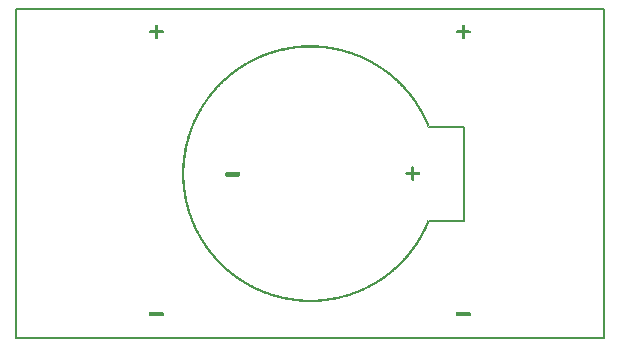
<source format=gto>
G04 MADE WITH FRITZING*
G04 WWW.FRITZING.ORG*
G04 DOUBLE SIDED*
G04 HOLES PLATED*
G04 CONTOUR ON CENTER OF CONTOUR VECTOR*
%ASAXBY*%
%FSLAX23Y23*%
%MOIN*%
%OFA0B0*%
%SFA1.0B1.0*%
%ADD10R,1.968500X1.102360X1.952500X1.086360*%
%ADD11C,0.008000*%
%ADD12R,0.001000X0.001000*%
%LNSILK1*%
G90*
G70*
G54D11*
X4Y1098D02*
X1965Y1098D01*
X1965Y4D01*
X4Y4D01*
X4Y1098D01*
D02*
X1380Y707D02*
X1498Y707D01*
D02*
X1498Y707D02*
X1498Y392D01*
D02*
X1498Y392D02*
X1380Y392D01*
G54D12*
X470Y1046D02*
X474Y1046D01*
X1493Y1046D02*
X1497Y1046D01*
X469Y1045D02*
X475Y1045D01*
X1492Y1045D02*
X1498Y1045D01*
X468Y1044D02*
X476Y1044D01*
X1491Y1044D02*
X1499Y1044D01*
X468Y1043D02*
X476Y1043D01*
X1491Y1043D02*
X1499Y1043D01*
X468Y1042D02*
X477Y1042D01*
X1491Y1042D02*
X1500Y1042D01*
X467Y1041D02*
X477Y1041D01*
X1491Y1041D02*
X1500Y1041D01*
X467Y1040D02*
X477Y1040D01*
X1491Y1040D02*
X1500Y1040D01*
X467Y1039D02*
X477Y1039D01*
X1491Y1039D02*
X1500Y1039D01*
X467Y1038D02*
X477Y1038D01*
X1491Y1038D02*
X1500Y1038D01*
X467Y1037D02*
X477Y1037D01*
X1491Y1037D02*
X1500Y1037D01*
X467Y1036D02*
X477Y1036D01*
X1491Y1036D02*
X1500Y1036D01*
X467Y1035D02*
X477Y1035D01*
X1491Y1035D02*
X1500Y1035D01*
X467Y1034D02*
X477Y1034D01*
X1491Y1034D02*
X1500Y1034D01*
X467Y1033D02*
X477Y1033D01*
X1491Y1033D02*
X1500Y1033D01*
X467Y1032D02*
X477Y1032D01*
X1491Y1032D02*
X1500Y1032D01*
X467Y1031D02*
X477Y1031D01*
X1491Y1031D02*
X1500Y1031D01*
X467Y1030D02*
X477Y1030D01*
X1491Y1030D02*
X1500Y1030D01*
X467Y1029D02*
X477Y1029D01*
X1491Y1029D02*
X1500Y1029D01*
X467Y1028D02*
X477Y1028D01*
X1491Y1028D02*
X1500Y1028D01*
X452Y1027D02*
X492Y1027D01*
X1475Y1027D02*
X1515Y1027D01*
X450Y1026D02*
X495Y1026D01*
X1473Y1026D02*
X1518Y1026D01*
X449Y1025D02*
X495Y1025D01*
X1472Y1025D02*
X1519Y1025D01*
X448Y1024D02*
X496Y1024D01*
X1471Y1024D02*
X1519Y1024D01*
X448Y1023D02*
X496Y1023D01*
X1471Y1023D02*
X1519Y1023D01*
X448Y1022D02*
X496Y1022D01*
X1471Y1022D02*
X1520Y1022D01*
X448Y1021D02*
X496Y1021D01*
X1471Y1021D02*
X1519Y1021D01*
X448Y1020D02*
X496Y1020D01*
X1471Y1020D02*
X1519Y1020D01*
X449Y1019D02*
X495Y1019D01*
X1472Y1019D02*
X1518Y1019D01*
X450Y1018D02*
X494Y1018D01*
X1473Y1018D02*
X1517Y1018D01*
X467Y1017D02*
X477Y1017D01*
X1490Y1017D02*
X1500Y1017D01*
X467Y1016D02*
X477Y1016D01*
X1491Y1016D02*
X1500Y1016D01*
X467Y1015D02*
X477Y1015D01*
X1491Y1015D02*
X1500Y1015D01*
X467Y1014D02*
X477Y1014D01*
X1491Y1014D02*
X1500Y1014D01*
X467Y1013D02*
X477Y1013D01*
X1491Y1013D02*
X1500Y1013D01*
X467Y1012D02*
X477Y1012D01*
X1491Y1012D02*
X1500Y1012D01*
X467Y1011D02*
X477Y1011D01*
X1491Y1011D02*
X1500Y1011D01*
X467Y1010D02*
X477Y1010D01*
X1491Y1010D02*
X1500Y1010D01*
X467Y1009D02*
X477Y1009D01*
X1491Y1009D02*
X1500Y1009D01*
X467Y1008D02*
X477Y1008D01*
X1491Y1008D02*
X1500Y1008D01*
X467Y1007D02*
X477Y1007D01*
X1491Y1007D02*
X1500Y1007D01*
X467Y1006D02*
X477Y1006D01*
X1491Y1006D02*
X1500Y1006D01*
X467Y1005D02*
X477Y1005D01*
X1491Y1005D02*
X1500Y1005D01*
X467Y1004D02*
X477Y1004D01*
X1491Y1004D02*
X1500Y1004D01*
X467Y1003D02*
X477Y1003D01*
X1491Y1003D02*
X1500Y1003D01*
X468Y1002D02*
X477Y1002D01*
X1491Y1002D02*
X1500Y1002D01*
X468Y1001D02*
X476Y1001D01*
X1491Y1001D02*
X1499Y1001D01*
X468Y1000D02*
X476Y1000D01*
X1491Y1000D02*
X1499Y1000D01*
X469Y999D02*
X475Y999D01*
X1492Y999D02*
X1498Y999D01*
X470Y998D02*
X474Y998D01*
X1493Y998D02*
X1497Y998D01*
X978Y978D02*
X993Y978D01*
X956Y977D02*
X1015Y977D01*
X944Y976D02*
X1026Y976D01*
X935Y975D02*
X1036Y975D01*
X927Y974D02*
X1043Y974D01*
X920Y973D02*
X1050Y973D01*
X915Y972D02*
X1056Y972D01*
X909Y971D02*
X1062Y971D01*
X903Y970D02*
X974Y970D01*
X999Y970D02*
X1067Y970D01*
X899Y969D02*
X954Y969D01*
X1018Y969D02*
X1072Y969D01*
X894Y968D02*
X943Y968D01*
X1028Y968D02*
X1077Y968D01*
X889Y967D02*
X935Y967D01*
X1038Y967D02*
X1081Y967D01*
X885Y966D02*
X927Y966D01*
X1045Y966D02*
X1085Y966D01*
X881Y965D02*
X920Y965D01*
X1052Y965D02*
X1089Y965D01*
X877Y964D02*
X914Y964D01*
X1058Y964D02*
X1093Y964D01*
X874Y963D02*
X908Y963D01*
X1063Y963D02*
X1097Y963D01*
X870Y962D02*
X903Y962D01*
X1069Y962D02*
X1100Y962D01*
X866Y961D02*
X899Y961D01*
X1074Y961D02*
X1104Y961D01*
X863Y960D02*
X894Y960D01*
X1078Y960D02*
X1107Y960D01*
X860Y959D02*
X889Y959D01*
X1082Y959D02*
X1111Y959D01*
X857Y958D02*
X885Y958D01*
X1087Y958D02*
X1114Y958D01*
X853Y957D02*
X881Y957D01*
X1091Y957D02*
X1117Y957D01*
X850Y956D02*
X877Y956D01*
X1094Y956D02*
X1120Y956D01*
X847Y955D02*
X874Y955D01*
X1098Y955D02*
X1123Y955D01*
X845Y954D02*
X870Y954D01*
X1102Y954D02*
X1126Y954D01*
X842Y953D02*
X866Y953D01*
X1105Y953D02*
X1129Y953D01*
X839Y952D02*
X863Y952D01*
X1108Y952D02*
X1131Y952D01*
X836Y951D02*
X860Y951D01*
X1112Y951D02*
X1134Y951D01*
X834Y950D02*
X857Y950D01*
X1115Y950D02*
X1137Y950D01*
X831Y949D02*
X853Y949D01*
X1118Y949D02*
X1139Y949D01*
X828Y948D02*
X850Y948D01*
X1121Y948D02*
X1142Y948D01*
X826Y947D02*
X848Y947D01*
X1124Y947D02*
X1144Y947D01*
X824Y946D02*
X845Y946D01*
X1127Y946D02*
X1147Y946D01*
X821Y945D02*
X842Y945D01*
X1129Y945D02*
X1149Y945D01*
X819Y944D02*
X839Y944D01*
X1132Y944D02*
X1152Y944D01*
X816Y943D02*
X836Y943D01*
X1135Y943D02*
X1154Y943D01*
X814Y942D02*
X834Y942D01*
X1138Y942D02*
X1156Y942D01*
X812Y941D02*
X831Y941D01*
X1140Y941D02*
X1159Y941D01*
X810Y940D02*
X829Y940D01*
X1143Y940D02*
X1161Y940D01*
X808Y939D02*
X826Y939D01*
X1145Y939D02*
X1163Y939D01*
X805Y938D02*
X824Y938D01*
X1147Y938D02*
X1165Y938D01*
X803Y937D02*
X822Y937D01*
X1150Y937D02*
X1167Y937D01*
X801Y936D02*
X819Y936D01*
X1152Y936D02*
X1169Y936D01*
X799Y935D02*
X817Y935D01*
X1155Y935D02*
X1172Y935D01*
X797Y934D02*
X814Y934D01*
X1157Y934D02*
X1174Y934D01*
X795Y933D02*
X812Y933D01*
X1159Y933D02*
X1176Y933D01*
X793Y932D02*
X810Y932D01*
X1161Y932D02*
X1178Y932D01*
X791Y931D02*
X808Y931D01*
X1163Y931D02*
X1179Y931D01*
X789Y930D02*
X806Y930D01*
X1165Y930D02*
X1181Y930D01*
X787Y929D02*
X804Y929D01*
X1168Y929D02*
X1183Y929D01*
X785Y928D02*
X801Y928D01*
X1170Y928D02*
X1185Y928D01*
X783Y927D02*
X799Y927D01*
X1172Y927D02*
X1187Y927D01*
X781Y926D02*
X797Y926D01*
X1174Y926D02*
X1189Y926D01*
X780Y925D02*
X796Y925D01*
X1176Y925D02*
X1191Y925D01*
X778Y924D02*
X794Y924D01*
X1178Y924D02*
X1193Y924D01*
X776Y923D02*
X792Y923D01*
X1179Y923D02*
X1194Y923D01*
X774Y922D02*
X790Y922D01*
X1181Y922D02*
X1196Y922D01*
X773Y921D02*
X788Y921D01*
X1183Y921D02*
X1198Y921D01*
X771Y920D02*
X786Y920D01*
X1185Y920D02*
X1200Y920D01*
X769Y919D02*
X784Y919D01*
X1187Y919D02*
X1201Y919D01*
X767Y918D02*
X782Y918D01*
X1189Y918D02*
X1203Y918D01*
X766Y917D02*
X780Y917D01*
X1191Y917D02*
X1205Y917D01*
X764Y916D02*
X779Y916D01*
X1192Y916D02*
X1207Y916D01*
X763Y915D02*
X777Y915D01*
X1194Y915D02*
X1208Y915D01*
X761Y914D02*
X775Y914D01*
X1196Y914D02*
X1210Y914D01*
X759Y913D02*
X773Y913D01*
X1198Y913D02*
X1211Y913D01*
X758Y912D02*
X772Y912D01*
X1199Y912D02*
X1213Y912D01*
X756Y911D02*
X770Y911D01*
X1201Y911D02*
X1214Y911D01*
X755Y910D02*
X768Y910D01*
X1203Y910D02*
X1216Y910D01*
X753Y909D02*
X767Y909D01*
X1204Y909D02*
X1218Y909D01*
X751Y908D02*
X765Y908D01*
X1206Y908D02*
X1219Y908D01*
X750Y907D02*
X763Y907D01*
X1208Y907D02*
X1221Y907D01*
X749Y906D02*
X762Y906D01*
X1209Y906D02*
X1222Y906D01*
X747Y905D02*
X760Y905D01*
X1211Y905D02*
X1224Y905D01*
X746Y904D02*
X759Y904D01*
X1212Y904D02*
X1225Y904D01*
X744Y903D02*
X757Y903D01*
X1214Y903D02*
X1227Y903D01*
X743Y902D02*
X755Y902D01*
X1216Y902D02*
X1228Y902D01*
X741Y901D02*
X754Y901D01*
X1217Y901D02*
X1229Y901D01*
X740Y900D02*
X752Y900D01*
X1219Y900D02*
X1231Y900D01*
X738Y899D02*
X751Y899D01*
X1220Y899D02*
X1232Y899D01*
X737Y898D02*
X749Y898D01*
X1222Y898D02*
X1234Y898D01*
X736Y897D02*
X748Y897D01*
X1223Y897D02*
X1235Y897D01*
X734Y896D02*
X747Y896D01*
X1224Y896D02*
X1237Y896D01*
X733Y895D02*
X745Y895D01*
X1226Y895D02*
X1238Y895D01*
X732Y894D02*
X744Y894D01*
X1227Y894D02*
X1239Y894D01*
X730Y893D02*
X742Y893D01*
X1229Y893D02*
X1241Y893D01*
X729Y892D02*
X741Y892D01*
X1230Y892D02*
X1242Y892D01*
X728Y891D02*
X739Y891D01*
X1232Y891D02*
X1243Y891D01*
X726Y890D02*
X738Y890D01*
X1233Y890D02*
X1245Y890D01*
X725Y889D02*
X737Y889D01*
X1234Y889D02*
X1246Y889D01*
X724Y888D02*
X735Y888D01*
X1236Y888D02*
X1247Y888D01*
X722Y887D02*
X734Y887D01*
X1237Y887D02*
X1249Y887D01*
X721Y886D02*
X733Y886D01*
X1238Y886D02*
X1250Y886D01*
X720Y885D02*
X731Y885D01*
X1240Y885D02*
X1251Y885D01*
X719Y884D02*
X730Y884D01*
X1241Y884D02*
X1252Y884D01*
X717Y883D02*
X729Y883D01*
X1242Y883D02*
X1254Y883D01*
X716Y882D02*
X727Y882D01*
X1244Y882D02*
X1255Y882D01*
X715Y881D02*
X726Y881D01*
X1245Y881D02*
X1256Y881D01*
X714Y880D02*
X725Y880D01*
X1246Y880D02*
X1257Y880D01*
X713Y879D02*
X723Y879D01*
X1247Y879D02*
X1258Y879D01*
X711Y878D02*
X722Y878D01*
X1249Y878D02*
X1260Y878D01*
X710Y877D02*
X721Y877D01*
X1250Y877D02*
X1261Y877D01*
X709Y876D02*
X720Y876D01*
X1251Y876D02*
X1262Y876D01*
X708Y875D02*
X719Y875D01*
X1252Y875D02*
X1263Y875D01*
X707Y874D02*
X717Y874D01*
X1254Y874D02*
X1264Y874D01*
X705Y873D02*
X716Y873D01*
X1255Y873D02*
X1266Y873D01*
X704Y872D02*
X715Y872D01*
X1256Y872D02*
X1267Y872D01*
X703Y871D02*
X714Y871D01*
X1257Y871D02*
X1268Y871D01*
X702Y870D02*
X713Y870D01*
X1258Y870D02*
X1269Y870D01*
X701Y869D02*
X711Y869D01*
X1260Y869D02*
X1270Y869D01*
X700Y868D02*
X710Y868D01*
X1261Y868D02*
X1271Y868D01*
X699Y867D02*
X709Y867D01*
X1262Y867D02*
X1272Y867D01*
X698Y866D02*
X708Y866D01*
X1263Y866D02*
X1273Y866D01*
X697Y865D02*
X707Y865D01*
X1264Y865D02*
X1275Y865D01*
X695Y864D02*
X706Y864D01*
X1265Y864D02*
X1276Y864D01*
X694Y863D02*
X705Y863D01*
X1266Y863D02*
X1277Y863D01*
X693Y862D02*
X704Y862D01*
X1267Y862D02*
X1278Y862D01*
X692Y861D02*
X702Y861D01*
X1269Y861D02*
X1279Y861D01*
X691Y860D02*
X701Y860D01*
X1270Y860D02*
X1280Y860D01*
X690Y859D02*
X700Y859D01*
X1271Y859D02*
X1281Y859D01*
X689Y858D02*
X699Y858D01*
X1272Y858D02*
X1282Y858D01*
X688Y857D02*
X698Y857D01*
X1273Y857D02*
X1283Y857D01*
X687Y856D02*
X697Y856D01*
X1274Y856D02*
X1284Y856D01*
X686Y855D02*
X696Y855D01*
X1275Y855D02*
X1285Y855D01*
X685Y854D02*
X695Y854D01*
X1276Y854D02*
X1286Y854D01*
X684Y853D02*
X694Y853D01*
X1277Y853D02*
X1287Y853D01*
X683Y852D02*
X693Y852D01*
X1278Y852D02*
X1288Y852D01*
X682Y851D02*
X692Y851D01*
X1279Y851D02*
X1289Y851D01*
X681Y850D02*
X691Y850D01*
X1280Y850D02*
X1290Y850D01*
X680Y849D02*
X690Y849D01*
X1281Y849D02*
X1291Y849D01*
X679Y848D02*
X689Y848D01*
X1282Y848D02*
X1292Y848D01*
X678Y847D02*
X688Y847D01*
X1283Y847D02*
X1293Y847D01*
X677Y846D02*
X687Y846D01*
X1284Y846D02*
X1294Y846D01*
X676Y845D02*
X686Y845D01*
X1285Y845D02*
X1295Y845D01*
X675Y844D02*
X685Y844D01*
X1286Y844D02*
X1296Y844D01*
X674Y843D02*
X684Y843D01*
X1287Y843D02*
X1297Y843D01*
X673Y842D02*
X683Y842D01*
X1288Y842D02*
X1298Y842D01*
X672Y841D02*
X682Y841D01*
X1289Y841D02*
X1299Y841D01*
X672Y840D02*
X681Y840D01*
X1290Y840D02*
X1300Y840D01*
X671Y839D02*
X680Y839D01*
X1291Y839D02*
X1301Y839D01*
X670Y838D02*
X679Y838D01*
X1292Y838D02*
X1301Y838D01*
X669Y837D02*
X678Y837D01*
X1293Y837D02*
X1302Y837D01*
X668Y836D02*
X677Y836D01*
X1294Y836D02*
X1303Y836D01*
X667Y835D02*
X676Y835D01*
X1295Y835D02*
X1304Y835D01*
X666Y834D02*
X675Y834D01*
X1296Y834D02*
X1305Y834D01*
X665Y833D02*
X674Y833D01*
X1297Y833D02*
X1306Y833D01*
X664Y832D02*
X673Y832D01*
X1297Y832D02*
X1307Y832D01*
X663Y831D02*
X672Y831D01*
X1298Y831D02*
X1308Y831D01*
X663Y830D02*
X672Y830D01*
X1299Y830D02*
X1309Y830D01*
X662Y829D02*
X671Y829D01*
X1300Y829D02*
X1309Y829D01*
X661Y828D02*
X670Y828D01*
X1301Y828D02*
X1310Y828D01*
X660Y827D02*
X669Y827D01*
X1302Y827D02*
X1311Y827D01*
X659Y826D02*
X668Y826D01*
X1303Y826D02*
X1312Y826D01*
X658Y825D02*
X667Y825D01*
X1304Y825D02*
X1313Y825D01*
X657Y824D02*
X666Y824D01*
X1304Y824D02*
X1314Y824D01*
X657Y823D02*
X666Y823D01*
X1305Y823D02*
X1315Y823D01*
X656Y822D02*
X665Y822D01*
X1306Y822D02*
X1315Y822D01*
X655Y821D02*
X664Y821D01*
X1307Y821D02*
X1316Y821D01*
X654Y820D02*
X663Y820D01*
X1308Y820D02*
X1317Y820D01*
X653Y819D02*
X662Y819D01*
X1309Y819D02*
X1318Y819D01*
X653Y818D02*
X661Y818D01*
X1310Y818D02*
X1319Y818D01*
X652Y817D02*
X660Y817D01*
X1310Y817D02*
X1319Y817D01*
X651Y816D02*
X660Y816D01*
X1311Y816D02*
X1320Y816D01*
X650Y815D02*
X659Y815D01*
X1312Y815D02*
X1321Y815D01*
X649Y814D02*
X658Y814D01*
X1313Y814D02*
X1322Y814D01*
X649Y813D02*
X657Y813D01*
X1314Y813D02*
X1323Y813D01*
X648Y812D02*
X656Y812D01*
X1314Y812D02*
X1323Y812D01*
X647Y811D02*
X656Y811D01*
X1315Y811D02*
X1324Y811D01*
X646Y810D02*
X655Y810D01*
X1316Y810D02*
X1325Y810D01*
X646Y809D02*
X654Y809D01*
X1317Y809D02*
X1326Y809D01*
X645Y808D02*
X653Y808D01*
X1317Y808D02*
X1326Y808D01*
X644Y807D02*
X653Y807D01*
X1318Y807D02*
X1327Y807D01*
X643Y806D02*
X652Y806D01*
X1319Y806D02*
X1328Y806D01*
X643Y805D02*
X651Y805D01*
X1320Y805D02*
X1329Y805D01*
X642Y804D02*
X650Y804D01*
X1321Y804D02*
X1329Y804D01*
X641Y803D02*
X649Y803D01*
X1321Y803D02*
X1330Y803D01*
X640Y802D02*
X649Y802D01*
X1322Y802D02*
X1331Y802D01*
X640Y801D02*
X648Y801D01*
X1323Y801D02*
X1332Y801D01*
X639Y800D02*
X647Y800D01*
X1324Y800D02*
X1332Y800D01*
X638Y799D02*
X647Y799D01*
X1324Y799D02*
X1333Y799D01*
X637Y798D02*
X646Y798D01*
X1325Y798D02*
X1334Y798D01*
X637Y797D02*
X645Y797D01*
X1326Y797D02*
X1334Y797D01*
X636Y796D02*
X644Y796D01*
X1326Y796D02*
X1335Y796D01*
X635Y795D02*
X644Y795D01*
X1327Y795D02*
X1336Y795D01*
X635Y794D02*
X643Y794D01*
X1328Y794D02*
X1337Y794D01*
X634Y793D02*
X642Y793D01*
X1329Y793D02*
X1337Y793D01*
X633Y792D02*
X641Y792D01*
X1329Y792D02*
X1338Y792D01*
X633Y791D02*
X641Y791D01*
X1330Y791D02*
X1339Y791D01*
X632Y790D02*
X640Y790D01*
X1331Y790D02*
X1339Y790D01*
X631Y789D02*
X639Y789D01*
X1331Y789D02*
X1340Y789D01*
X631Y788D02*
X639Y788D01*
X1332Y788D02*
X1341Y788D01*
X630Y787D02*
X638Y787D01*
X1333Y787D02*
X1341Y787D01*
X629Y786D02*
X637Y786D01*
X1334Y786D02*
X1342Y786D01*
X629Y785D02*
X637Y785D01*
X1334Y785D02*
X1343Y785D01*
X628Y784D02*
X636Y784D01*
X1335Y784D02*
X1343Y784D01*
X627Y783D02*
X635Y783D01*
X1335Y783D02*
X1344Y783D01*
X627Y782D02*
X635Y782D01*
X1336Y782D02*
X1345Y782D01*
X626Y781D02*
X634Y781D01*
X1337Y781D02*
X1345Y781D01*
X625Y780D02*
X633Y780D01*
X1337Y780D02*
X1346Y780D01*
X625Y779D02*
X633Y779D01*
X1338Y779D02*
X1347Y779D01*
X624Y778D02*
X632Y778D01*
X1339Y778D02*
X1347Y778D01*
X623Y777D02*
X631Y777D01*
X1339Y777D02*
X1348Y777D01*
X623Y776D02*
X631Y776D01*
X1340Y776D02*
X1348Y776D01*
X622Y775D02*
X630Y775D01*
X1341Y775D02*
X1349Y775D01*
X622Y774D02*
X629Y774D01*
X1341Y774D02*
X1350Y774D01*
X621Y773D02*
X629Y773D01*
X1342Y773D02*
X1350Y773D01*
X620Y772D02*
X628Y772D01*
X1343Y772D02*
X1351Y772D01*
X620Y771D02*
X628Y771D01*
X1343Y771D02*
X1351Y771D01*
X619Y770D02*
X627Y770D01*
X1344Y770D02*
X1352Y770D01*
X619Y769D02*
X626Y769D01*
X1344Y769D02*
X1353Y769D01*
X618Y768D02*
X626Y768D01*
X1345Y768D02*
X1353Y768D01*
X617Y767D02*
X625Y767D01*
X1346Y767D02*
X1354Y767D01*
X617Y766D02*
X625Y766D01*
X1346Y766D02*
X1354Y766D01*
X616Y765D02*
X624Y765D01*
X1347Y765D02*
X1355Y765D01*
X616Y764D02*
X623Y764D01*
X1347Y764D02*
X1356Y764D01*
X615Y763D02*
X623Y763D01*
X1348Y763D02*
X1356Y763D01*
X614Y762D02*
X622Y762D01*
X1349Y762D02*
X1357Y762D01*
X614Y761D02*
X622Y761D01*
X1349Y761D02*
X1357Y761D01*
X613Y760D02*
X621Y760D01*
X1350Y760D02*
X1358Y760D01*
X613Y759D02*
X620Y759D01*
X1350Y759D02*
X1358Y759D01*
X612Y758D02*
X620Y758D01*
X1351Y758D02*
X1359Y758D01*
X612Y757D02*
X619Y757D01*
X1351Y757D02*
X1360Y757D01*
X611Y756D02*
X619Y756D01*
X1352Y756D02*
X1360Y756D01*
X611Y755D02*
X618Y755D01*
X1353Y755D02*
X1361Y755D01*
X610Y754D02*
X618Y754D01*
X1353Y754D02*
X1361Y754D01*
X609Y753D02*
X617Y753D01*
X1354Y753D02*
X1362Y753D01*
X609Y752D02*
X617Y752D01*
X1354Y752D02*
X1362Y752D01*
X608Y751D02*
X616Y751D01*
X1355Y751D02*
X1363Y751D01*
X608Y750D02*
X615Y750D01*
X1355Y750D02*
X1363Y750D01*
X607Y749D02*
X615Y749D01*
X1356Y749D02*
X1364Y749D01*
X607Y748D02*
X614Y748D01*
X1356Y748D02*
X1364Y748D01*
X606Y747D02*
X614Y747D01*
X1357Y747D02*
X1365Y747D01*
X606Y746D02*
X613Y746D01*
X1357Y746D02*
X1365Y746D01*
X605Y745D02*
X613Y745D01*
X1358Y745D02*
X1366Y745D01*
X605Y744D02*
X612Y744D01*
X1358Y744D02*
X1366Y744D01*
X604Y743D02*
X612Y743D01*
X1359Y743D02*
X1367Y743D01*
X604Y742D02*
X611Y742D01*
X1360Y742D02*
X1367Y742D01*
X603Y741D02*
X611Y741D01*
X1360Y741D02*
X1368Y741D01*
X603Y740D02*
X610Y740D01*
X1361Y740D02*
X1368Y740D01*
X602Y739D02*
X610Y739D01*
X1361Y739D02*
X1369Y739D01*
X602Y738D02*
X609Y738D01*
X1362Y738D02*
X1369Y738D01*
X601Y737D02*
X609Y737D01*
X1362Y737D02*
X1370Y737D01*
X601Y736D02*
X608Y736D01*
X1362Y736D02*
X1370Y736D01*
X600Y735D02*
X608Y735D01*
X1363Y735D02*
X1371Y735D01*
X600Y734D02*
X607Y734D01*
X1363Y734D02*
X1371Y734D01*
X599Y733D02*
X607Y733D01*
X1364Y733D02*
X1372Y733D01*
X599Y732D02*
X606Y732D01*
X1364Y732D02*
X1372Y732D01*
X598Y731D02*
X606Y731D01*
X1365Y731D02*
X1373Y731D01*
X598Y730D02*
X605Y730D01*
X1365Y730D02*
X1373Y730D01*
X597Y729D02*
X605Y729D01*
X1366Y729D02*
X1374Y729D01*
X597Y728D02*
X604Y728D01*
X1366Y728D02*
X1374Y728D01*
X596Y727D02*
X604Y727D01*
X1367Y727D02*
X1375Y727D01*
X596Y726D02*
X603Y726D01*
X1367Y726D02*
X1375Y726D01*
X596Y725D02*
X603Y725D01*
X1368Y725D02*
X1376Y725D01*
X595Y724D02*
X603Y724D01*
X1368Y724D02*
X1376Y724D01*
X595Y723D02*
X602Y723D01*
X1369Y723D02*
X1376Y723D01*
X594Y722D02*
X602Y722D01*
X1369Y722D02*
X1377Y722D01*
X594Y721D02*
X601Y721D01*
X1370Y721D02*
X1377Y721D01*
X593Y720D02*
X601Y720D01*
X1370Y720D02*
X1378Y720D01*
X593Y719D02*
X600Y719D01*
X1370Y719D02*
X1378Y719D01*
X593Y718D02*
X600Y718D01*
X1371Y718D02*
X1379Y718D01*
X592Y717D02*
X599Y717D01*
X1371Y717D02*
X1379Y717D01*
X592Y716D02*
X599Y716D01*
X1372Y716D02*
X1379Y716D01*
X591Y715D02*
X599Y715D01*
X1372Y715D02*
X1380Y715D01*
X591Y714D02*
X598Y714D01*
X1373Y714D02*
X1380Y714D01*
X590Y713D02*
X598Y713D01*
X1373Y713D02*
X1381Y713D01*
X590Y712D02*
X597Y712D01*
X1373Y712D02*
X1381Y712D01*
X590Y711D02*
X597Y711D01*
X1374Y711D02*
X1381Y711D01*
X589Y710D02*
X596Y710D01*
X1374Y710D02*
X1382Y710D01*
X589Y709D02*
X596Y709D01*
X1375Y709D02*
X1382Y709D01*
X588Y708D02*
X596Y708D01*
X1375Y708D02*
X1379Y708D01*
X588Y707D02*
X595Y707D01*
X1375Y707D02*
X1377Y707D01*
X588Y706D02*
X595Y706D01*
X587Y705D02*
X595Y705D01*
X587Y704D02*
X594Y704D01*
X586Y703D02*
X594Y703D01*
X586Y702D02*
X593Y702D01*
X586Y701D02*
X593Y701D01*
X585Y700D02*
X593Y700D01*
X585Y699D02*
X592Y699D01*
X585Y698D02*
X592Y698D01*
X584Y697D02*
X591Y697D01*
X584Y696D02*
X591Y696D01*
X583Y695D02*
X591Y695D01*
X583Y694D02*
X590Y694D01*
X583Y693D02*
X590Y693D01*
X582Y692D02*
X590Y692D01*
X582Y691D02*
X589Y691D01*
X582Y690D02*
X589Y690D01*
X581Y689D02*
X589Y689D01*
X581Y688D02*
X588Y688D01*
X581Y687D02*
X588Y687D01*
X580Y686D02*
X588Y686D01*
X580Y685D02*
X587Y685D01*
X580Y684D02*
X587Y684D01*
X579Y683D02*
X587Y683D01*
X579Y682D02*
X586Y682D01*
X579Y681D02*
X586Y681D01*
X578Y680D02*
X585Y680D01*
X578Y679D02*
X585Y679D01*
X578Y678D02*
X585Y678D01*
X577Y677D02*
X584Y677D01*
X577Y676D02*
X584Y676D01*
X577Y675D02*
X584Y675D01*
X576Y674D02*
X584Y674D01*
X576Y673D02*
X583Y673D01*
X576Y672D02*
X583Y672D01*
X576Y671D02*
X583Y671D01*
X575Y670D02*
X582Y670D01*
X575Y669D02*
X582Y669D01*
X575Y668D02*
X582Y668D01*
X574Y667D02*
X582Y667D01*
X574Y666D02*
X581Y666D01*
X574Y665D02*
X581Y665D01*
X574Y664D02*
X581Y664D01*
X573Y663D02*
X580Y663D01*
X573Y662D02*
X580Y662D01*
X573Y661D02*
X580Y661D01*
X572Y660D02*
X580Y660D01*
X572Y659D02*
X579Y659D01*
X572Y658D02*
X579Y658D01*
X572Y657D02*
X579Y657D01*
X571Y656D02*
X579Y656D01*
X571Y655D02*
X578Y655D01*
X571Y654D02*
X578Y654D01*
X571Y653D02*
X578Y653D01*
X570Y652D02*
X578Y652D01*
X570Y651D02*
X577Y651D01*
X570Y650D02*
X577Y650D01*
X570Y649D02*
X577Y649D01*
X569Y648D02*
X577Y648D01*
X569Y647D02*
X576Y647D01*
X569Y646D02*
X576Y646D01*
X569Y645D02*
X576Y645D01*
X568Y644D02*
X576Y644D01*
X568Y643D02*
X575Y643D01*
X568Y642D02*
X575Y642D01*
X568Y641D02*
X575Y641D01*
X568Y640D02*
X575Y640D01*
X567Y639D02*
X575Y639D01*
X567Y638D02*
X574Y638D01*
X567Y637D02*
X574Y637D01*
X567Y636D02*
X574Y636D01*
X567Y635D02*
X574Y635D01*
X566Y634D02*
X574Y634D01*
X566Y633D02*
X573Y633D01*
X566Y632D02*
X573Y632D01*
X566Y631D02*
X573Y631D01*
X566Y630D02*
X573Y630D01*
X565Y629D02*
X573Y629D01*
X565Y628D02*
X572Y628D01*
X565Y627D02*
X572Y627D01*
X565Y626D02*
X572Y626D01*
X565Y625D02*
X572Y625D01*
X564Y624D02*
X572Y624D01*
X564Y623D02*
X571Y623D01*
X564Y622D02*
X571Y622D01*
X564Y621D02*
X571Y621D01*
X564Y620D02*
X571Y620D01*
X564Y619D02*
X571Y619D01*
X564Y618D02*
X571Y618D01*
X563Y617D02*
X570Y617D01*
X563Y616D02*
X570Y616D01*
X563Y615D02*
X570Y615D01*
X563Y614D02*
X570Y614D01*
X563Y613D02*
X570Y613D01*
X563Y612D02*
X570Y612D01*
X562Y611D02*
X569Y611D01*
X562Y610D02*
X569Y610D01*
X562Y609D02*
X569Y609D01*
X562Y608D02*
X569Y608D01*
X562Y607D02*
X569Y607D01*
X562Y606D02*
X569Y606D01*
X562Y605D02*
X569Y605D01*
X561Y604D02*
X569Y604D01*
X561Y603D02*
X568Y603D01*
X561Y602D02*
X568Y602D01*
X561Y601D02*
X568Y601D01*
X561Y600D02*
X568Y600D01*
X561Y599D02*
X568Y599D01*
X561Y598D02*
X568Y598D01*
X561Y597D02*
X568Y597D01*
X561Y596D02*
X568Y596D01*
X560Y595D02*
X568Y595D01*
X560Y594D02*
X567Y594D01*
X560Y593D02*
X567Y593D01*
X560Y592D02*
X567Y592D01*
X560Y591D02*
X567Y591D01*
X560Y590D02*
X567Y590D01*
X560Y589D02*
X567Y589D01*
X560Y588D02*
X567Y588D01*
X560Y587D02*
X567Y587D01*
X560Y586D02*
X567Y586D01*
X559Y585D02*
X566Y585D01*
X559Y584D02*
X566Y584D01*
X559Y583D02*
X566Y583D01*
X559Y582D02*
X566Y582D01*
X559Y581D02*
X566Y581D01*
X559Y580D02*
X566Y580D01*
X559Y579D02*
X566Y579D01*
X559Y578D02*
X566Y578D01*
X559Y577D02*
X566Y577D01*
X559Y576D02*
X566Y576D01*
X559Y575D02*
X566Y575D01*
X559Y574D02*
X566Y574D01*
X1324Y574D02*
X1328Y574D01*
X559Y573D02*
X566Y573D01*
X1323Y573D02*
X1330Y573D01*
X559Y572D02*
X566Y572D01*
X1322Y572D02*
X1330Y572D01*
X559Y571D02*
X566Y571D01*
X1322Y571D02*
X1331Y571D01*
X559Y570D02*
X566Y570D01*
X1322Y570D02*
X1331Y570D01*
X558Y569D02*
X565Y569D01*
X1322Y569D02*
X1331Y569D01*
X558Y568D02*
X565Y568D01*
X1322Y568D02*
X1331Y568D01*
X558Y567D02*
X565Y567D01*
X1322Y567D02*
X1331Y567D01*
X558Y566D02*
X565Y566D01*
X1322Y566D02*
X1331Y566D01*
X558Y565D02*
X565Y565D01*
X1322Y565D02*
X1331Y565D01*
X558Y564D02*
X565Y564D01*
X1322Y564D02*
X1331Y564D01*
X558Y563D02*
X565Y563D01*
X1322Y563D02*
X1331Y563D01*
X558Y562D02*
X565Y562D01*
X1322Y562D02*
X1331Y562D01*
X558Y561D02*
X565Y561D01*
X1322Y561D02*
X1331Y561D01*
X558Y560D02*
X565Y560D01*
X1322Y560D02*
X1331Y560D01*
X558Y559D02*
X565Y559D01*
X1322Y559D02*
X1331Y559D01*
X558Y558D02*
X565Y558D01*
X1322Y558D02*
X1331Y558D01*
X558Y557D02*
X565Y557D01*
X1322Y557D02*
X1331Y557D01*
X558Y556D02*
X565Y556D01*
X1322Y556D02*
X1331Y556D01*
X558Y555D02*
X565Y555D01*
X706Y555D02*
X746Y555D01*
X1306Y555D02*
X1346Y555D01*
X558Y554D02*
X565Y554D01*
X704Y554D02*
X749Y554D01*
X1304Y554D02*
X1349Y554D01*
X558Y553D02*
X565Y553D01*
X703Y553D02*
X750Y553D01*
X1303Y553D02*
X1350Y553D01*
X558Y552D02*
X565Y552D01*
X702Y552D02*
X750Y552D01*
X1302Y552D02*
X1350Y552D01*
X558Y551D02*
X565Y551D01*
X702Y551D02*
X751Y551D01*
X1302Y551D02*
X1351Y551D01*
X558Y550D02*
X565Y550D01*
X702Y550D02*
X751Y550D01*
X1302Y550D02*
X1351Y550D01*
X558Y549D02*
X565Y549D01*
X702Y549D02*
X751Y549D01*
X1302Y549D02*
X1351Y549D01*
X558Y548D02*
X565Y548D01*
X702Y548D02*
X751Y548D01*
X1302Y548D02*
X1350Y548D01*
X558Y547D02*
X565Y547D01*
X702Y547D02*
X751Y547D01*
X1303Y547D02*
X1350Y547D01*
X558Y546D02*
X565Y546D01*
X702Y546D02*
X751Y546D01*
X1304Y546D02*
X1348Y546D01*
X558Y545D02*
X565Y545D01*
X702Y545D02*
X751Y545D01*
X1321Y545D02*
X1331Y545D01*
X558Y544D02*
X565Y544D01*
X702Y544D02*
X750Y544D01*
X1322Y544D02*
X1331Y544D01*
X558Y543D02*
X565Y543D01*
X703Y543D02*
X750Y543D01*
X1322Y543D02*
X1331Y543D01*
X558Y542D02*
X565Y542D01*
X704Y542D02*
X749Y542D01*
X1322Y542D02*
X1331Y542D01*
X558Y541D02*
X565Y541D01*
X706Y541D02*
X747Y541D01*
X1322Y541D02*
X1331Y541D01*
X558Y540D02*
X565Y540D01*
X1322Y540D02*
X1331Y540D01*
X558Y539D02*
X565Y539D01*
X1322Y539D02*
X1331Y539D01*
X558Y538D02*
X565Y538D01*
X1322Y538D02*
X1331Y538D01*
X558Y537D02*
X565Y537D01*
X1322Y537D02*
X1331Y537D01*
X558Y536D02*
X565Y536D01*
X1322Y536D02*
X1331Y536D01*
X558Y535D02*
X565Y535D01*
X1322Y535D02*
X1331Y535D01*
X558Y534D02*
X565Y534D01*
X1322Y534D02*
X1331Y534D01*
X558Y533D02*
X565Y533D01*
X1322Y533D02*
X1331Y533D01*
X558Y532D02*
X565Y532D01*
X1322Y532D02*
X1331Y532D01*
X558Y531D02*
X565Y531D01*
X1322Y531D02*
X1331Y531D01*
X559Y530D02*
X566Y530D01*
X1322Y530D02*
X1331Y530D01*
X559Y529D02*
X566Y529D01*
X1322Y529D02*
X1331Y529D01*
X559Y528D02*
X566Y528D01*
X1322Y528D02*
X1330Y528D01*
X559Y527D02*
X566Y527D01*
X1323Y527D02*
X1330Y527D01*
X559Y526D02*
X566Y526D01*
X1324Y526D02*
X1328Y526D01*
X559Y525D02*
X566Y525D01*
X559Y524D02*
X566Y524D01*
X559Y523D02*
X566Y523D01*
X559Y522D02*
X566Y522D01*
X559Y521D02*
X566Y521D01*
X559Y520D02*
X566Y520D01*
X559Y519D02*
X566Y519D01*
X559Y518D02*
X566Y518D01*
X559Y517D02*
X566Y517D01*
X559Y516D02*
X566Y516D01*
X560Y515D02*
X567Y515D01*
X560Y514D02*
X567Y514D01*
X560Y513D02*
X567Y513D01*
X560Y512D02*
X567Y512D01*
X560Y511D02*
X567Y511D01*
X560Y510D02*
X567Y510D01*
X560Y509D02*
X567Y509D01*
X560Y508D02*
X567Y508D01*
X560Y507D02*
X567Y507D01*
X560Y506D02*
X567Y506D01*
X560Y505D02*
X568Y505D01*
X561Y504D02*
X568Y504D01*
X561Y503D02*
X568Y503D01*
X561Y502D02*
X568Y502D01*
X561Y501D02*
X568Y501D01*
X561Y500D02*
X568Y500D01*
X561Y499D02*
X568Y499D01*
X561Y498D02*
X568Y498D01*
X561Y497D02*
X568Y497D01*
X562Y496D02*
X569Y496D01*
X562Y495D02*
X569Y495D01*
X562Y494D02*
X569Y494D01*
X562Y493D02*
X569Y493D01*
X562Y492D02*
X569Y492D01*
X562Y491D02*
X569Y491D01*
X562Y490D02*
X569Y490D01*
X563Y489D02*
X570Y489D01*
X563Y488D02*
X570Y488D01*
X563Y487D02*
X570Y487D01*
X563Y486D02*
X570Y486D01*
X563Y485D02*
X570Y485D01*
X563Y484D02*
X570Y484D01*
X563Y483D02*
X570Y483D01*
X564Y482D02*
X571Y482D01*
X564Y481D02*
X571Y481D01*
X564Y480D02*
X571Y480D01*
X564Y479D02*
X571Y479D01*
X564Y478D02*
X571Y478D01*
X564Y477D02*
X571Y477D01*
X565Y476D02*
X572Y476D01*
X565Y475D02*
X572Y475D01*
X565Y474D02*
X572Y474D01*
X565Y473D02*
X572Y473D01*
X565Y472D02*
X572Y472D01*
X566Y471D02*
X573Y471D01*
X566Y470D02*
X573Y470D01*
X566Y469D02*
X573Y469D01*
X566Y468D02*
X573Y468D01*
X566Y467D02*
X573Y467D01*
X567Y466D02*
X574Y466D01*
X567Y465D02*
X574Y465D01*
X567Y464D02*
X574Y464D01*
X567Y463D02*
X574Y463D01*
X567Y462D02*
X574Y462D01*
X568Y461D02*
X575Y461D01*
X568Y460D02*
X575Y460D01*
X568Y459D02*
X575Y459D01*
X568Y458D02*
X575Y458D01*
X568Y457D02*
X575Y457D01*
X569Y456D02*
X576Y456D01*
X569Y455D02*
X576Y455D01*
X569Y454D02*
X576Y454D01*
X569Y453D02*
X576Y453D01*
X570Y452D02*
X577Y452D01*
X570Y451D02*
X577Y451D01*
X570Y450D02*
X577Y450D01*
X570Y449D02*
X577Y449D01*
X571Y448D02*
X578Y448D01*
X571Y447D02*
X578Y447D01*
X571Y446D02*
X578Y446D01*
X571Y445D02*
X578Y445D01*
X572Y444D02*
X579Y444D01*
X572Y443D02*
X579Y443D01*
X572Y442D02*
X579Y442D01*
X572Y441D02*
X579Y441D01*
X573Y440D02*
X580Y440D01*
X573Y439D02*
X580Y439D01*
X573Y438D02*
X580Y438D01*
X573Y437D02*
X581Y437D01*
X574Y436D02*
X581Y436D01*
X574Y435D02*
X581Y435D01*
X574Y434D02*
X581Y434D01*
X575Y433D02*
X582Y433D01*
X575Y432D02*
X582Y432D01*
X575Y431D02*
X582Y431D01*
X575Y430D02*
X583Y430D01*
X576Y429D02*
X583Y429D01*
X576Y428D02*
X583Y428D01*
X576Y427D02*
X583Y427D01*
X577Y426D02*
X584Y426D01*
X577Y425D02*
X584Y425D01*
X577Y424D02*
X584Y424D01*
X577Y423D02*
X585Y423D01*
X578Y422D02*
X585Y422D01*
X578Y421D02*
X585Y421D01*
X578Y420D02*
X586Y420D01*
X579Y419D02*
X586Y419D01*
X579Y418D02*
X586Y418D01*
X579Y417D02*
X587Y417D01*
X580Y416D02*
X587Y416D01*
X580Y415D02*
X587Y415D01*
X580Y414D02*
X588Y414D01*
X581Y413D02*
X588Y413D01*
X581Y412D02*
X588Y412D01*
X582Y411D02*
X589Y411D01*
X582Y410D02*
X589Y410D01*
X582Y409D02*
X589Y409D01*
X583Y408D02*
X590Y408D01*
X583Y407D02*
X590Y407D01*
X583Y406D02*
X590Y406D01*
X584Y405D02*
X591Y405D01*
X584Y404D02*
X591Y404D01*
X584Y403D02*
X592Y403D01*
X585Y402D02*
X592Y402D01*
X585Y401D02*
X592Y401D01*
X585Y400D02*
X593Y400D01*
X586Y399D02*
X593Y399D01*
X586Y398D02*
X594Y398D01*
X587Y397D02*
X594Y397D01*
X587Y396D02*
X594Y396D01*
X587Y395D02*
X595Y395D01*
X588Y394D02*
X595Y394D01*
X1376Y394D02*
X1376Y394D01*
X588Y393D02*
X595Y393D01*
X1375Y393D02*
X1378Y393D01*
X589Y392D02*
X596Y392D01*
X1375Y392D02*
X1381Y392D01*
X589Y391D02*
X596Y391D01*
X1374Y391D02*
X1382Y391D01*
X589Y390D02*
X597Y390D01*
X1374Y390D02*
X1382Y390D01*
X590Y389D02*
X597Y389D01*
X1374Y389D02*
X1381Y389D01*
X590Y388D02*
X597Y388D01*
X1373Y388D02*
X1381Y388D01*
X591Y387D02*
X598Y387D01*
X1373Y387D02*
X1380Y387D01*
X591Y386D02*
X598Y386D01*
X1372Y386D02*
X1380Y386D01*
X591Y385D02*
X599Y385D01*
X1372Y385D02*
X1380Y385D01*
X592Y384D02*
X599Y384D01*
X1371Y384D02*
X1379Y384D01*
X592Y383D02*
X600Y383D01*
X1371Y383D02*
X1379Y383D01*
X593Y382D02*
X600Y382D01*
X1371Y382D02*
X1378Y382D01*
X593Y381D02*
X601Y381D01*
X1370Y381D02*
X1378Y381D01*
X594Y380D02*
X601Y380D01*
X1370Y380D02*
X1377Y380D01*
X594Y379D02*
X601Y379D01*
X1369Y379D02*
X1377Y379D01*
X594Y378D02*
X602Y378D01*
X1369Y378D02*
X1377Y378D01*
X595Y377D02*
X602Y377D01*
X1369Y377D02*
X1376Y377D01*
X595Y376D02*
X603Y376D01*
X1368Y376D02*
X1376Y376D01*
X596Y375D02*
X603Y375D01*
X1368Y375D02*
X1375Y375D01*
X596Y374D02*
X604Y374D01*
X1367Y374D02*
X1375Y374D01*
X597Y373D02*
X604Y373D01*
X1367Y373D02*
X1374Y373D01*
X597Y372D02*
X605Y372D01*
X1366Y372D02*
X1374Y372D01*
X598Y371D02*
X605Y371D01*
X1366Y371D02*
X1373Y371D01*
X598Y370D02*
X606Y370D01*
X1365Y370D02*
X1373Y370D01*
X598Y369D02*
X606Y369D01*
X1365Y369D02*
X1373Y369D01*
X599Y368D02*
X607Y368D01*
X1364Y368D02*
X1372Y368D01*
X599Y367D02*
X607Y367D01*
X1364Y367D02*
X1372Y367D01*
X600Y366D02*
X607Y366D01*
X1363Y366D02*
X1371Y366D01*
X600Y365D02*
X608Y365D01*
X1363Y365D02*
X1371Y365D01*
X601Y364D02*
X608Y364D01*
X1362Y364D02*
X1370Y364D01*
X601Y363D02*
X609Y363D01*
X1362Y363D02*
X1370Y363D01*
X602Y362D02*
X609Y362D01*
X1361Y362D02*
X1369Y362D01*
X602Y361D02*
X610Y361D01*
X1361Y361D02*
X1369Y361D01*
X603Y360D02*
X610Y360D01*
X1360Y360D02*
X1368Y360D01*
X603Y359D02*
X611Y359D01*
X1360Y359D02*
X1368Y359D01*
X604Y358D02*
X611Y358D01*
X1359Y358D02*
X1367Y358D01*
X604Y357D02*
X612Y357D01*
X1359Y357D02*
X1367Y357D01*
X605Y356D02*
X612Y356D01*
X1358Y356D02*
X1366Y356D01*
X605Y355D02*
X613Y355D01*
X1358Y355D02*
X1366Y355D01*
X606Y354D02*
X614Y354D01*
X1357Y354D02*
X1365Y354D01*
X606Y353D02*
X614Y353D01*
X1357Y353D02*
X1365Y353D01*
X607Y352D02*
X615Y352D01*
X1356Y352D02*
X1364Y352D01*
X607Y351D02*
X615Y351D01*
X1356Y351D02*
X1364Y351D01*
X608Y350D02*
X616Y350D01*
X1355Y350D02*
X1363Y350D01*
X609Y349D02*
X616Y349D01*
X1354Y349D02*
X1363Y349D01*
X609Y348D02*
X617Y348D01*
X1354Y348D02*
X1362Y348D01*
X610Y347D02*
X617Y347D01*
X1353Y347D02*
X1361Y347D01*
X610Y346D02*
X618Y346D01*
X1353Y346D02*
X1361Y346D01*
X611Y345D02*
X618Y345D01*
X1352Y345D02*
X1360Y345D01*
X611Y344D02*
X619Y344D01*
X1352Y344D02*
X1360Y344D01*
X612Y343D02*
X620Y343D01*
X1351Y343D02*
X1359Y343D01*
X612Y342D02*
X620Y342D01*
X1351Y342D02*
X1359Y342D01*
X613Y341D02*
X621Y341D01*
X1350Y341D02*
X1358Y341D01*
X614Y340D02*
X621Y340D01*
X1349Y340D02*
X1358Y340D01*
X614Y339D02*
X622Y339D01*
X1349Y339D02*
X1357Y339D01*
X615Y338D02*
X622Y338D01*
X1348Y338D02*
X1357Y338D01*
X615Y337D02*
X623Y337D01*
X1348Y337D02*
X1356Y337D01*
X616Y336D02*
X624Y336D01*
X1347Y336D02*
X1355Y336D01*
X616Y335D02*
X624Y335D01*
X1347Y335D02*
X1355Y335D01*
X617Y334D02*
X625Y334D01*
X1346Y334D02*
X1354Y334D01*
X618Y333D02*
X625Y333D01*
X1345Y333D02*
X1354Y333D01*
X618Y332D02*
X626Y332D01*
X1345Y332D02*
X1353Y332D01*
X619Y331D02*
X627Y331D01*
X1344Y331D02*
X1352Y331D01*
X619Y330D02*
X627Y330D01*
X1344Y330D02*
X1352Y330D01*
X620Y329D02*
X628Y329D01*
X1343Y329D02*
X1351Y329D01*
X621Y328D02*
X628Y328D01*
X1342Y328D02*
X1351Y328D01*
X621Y327D02*
X629Y327D01*
X1342Y327D02*
X1350Y327D01*
X622Y326D02*
X630Y326D01*
X1341Y326D02*
X1349Y326D01*
X622Y325D02*
X630Y325D01*
X1340Y325D02*
X1349Y325D01*
X623Y324D02*
X631Y324D01*
X1340Y324D02*
X1348Y324D01*
X624Y323D02*
X632Y323D01*
X1339Y323D02*
X1348Y323D01*
X624Y322D02*
X632Y322D01*
X1338Y322D02*
X1347Y322D01*
X625Y321D02*
X633Y321D01*
X1338Y321D02*
X1346Y321D01*
X626Y320D02*
X634Y320D01*
X1337Y320D02*
X1346Y320D01*
X626Y319D02*
X634Y319D01*
X1336Y319D02*
X1345Y319D01*
X627Y318D02*
X635Y318D01*
X1336Y318D02*
X1344Y318D01*
X628Y317D02*
X636Y317D01*
X1335Y317D02*
X1344Y317D01*
X628Y316D02*
X636Y316D01*
X1335Y316D02*
X1343Y316D01*
X629Y315D02*
X637Y315D01*
X1334Y315D02*
X1342Y315D01*
X630Y314D02*
X638Y314D01*
X1333Y314D02*
X1342Y314D01*
X630Y313D02*
X638Y313D01*
X1333Y313D02*
X1341Y313D01*
X631Y312D02*
X639Y312D01*
X1332Y312D02*
X1340Y312D01*
X632Y311D02*
X640Y311D01*
X1331Y311D02*
X1340Y311D01*
X632Y310D02*
X640Y310D01*
X1330Y310D02*
X1339Y310D01*
X633Y309D02*
X641Y309D01*
X1330Y309D02*
X1338Y309D01*
X634Y308D02*
X642Y308D01*
X1329Y308D02*
X1338Y308D01*
X634Y307D02*
X642Y307D01*
X1328Y307D02*
X1337Y307D01*
X635Y306D02*
X643Y306D01*
X1328Y306D02*
X1336Y306D01*
X636Y305D02*
X644Y305D01*
X1327Y305D02*
X1336Y305D01*
X636Y304D02*
X645Y304D01*
X1326Y304D02*
X1335Y304D01*
X637Y303D02*
X645Y303D01*
X1325Y303D02*
X1334Y303D01*
X638Y302D02*
X646Y302D01*
X1325Y302D02*
X1333Y302D01*
X639Y301D02*
X647Y301D01*
X1324Y301D02*
X1333Y301D01*
X639Y300D02*
X648Y300D01*
X1323Y300D02*
X1332Y300D01*
X640Y299D02*
X648Y299D01*
X1323Y299D02*
X1331Y299D01*
X641Y298D02*
X649Y298D01*
X1322Y298D02*
X1331Y298D01*
X641Y297D02*
X650Y297D01*
X1321Y297D02*
X1330Y297D01*
X642Y296D02*
X650Y296D01*
X1320Y296D02*
X1329Y296D01*
X643Y295D02*
X651Y295D01*
X1320Y295D02*
X1328Y295D01*
X644Y294D02*
X652Y294D01*
X1319Y294D02*
X1328Y294D01*
X644Y293D02*
X653Y293D01*
X1318Y293D02*
X1327Y293D01*
X645Y292D02*
X654Y292D01*
X1317Y292D02*
X1326Y292D01*
X646Y291D02*
X654Y291D01*
X1316Y291D02*
X1325Y291D01*
X647Y290D02*
X655Y290D01*
X1316Y290D02*
X1325Y290D01*
X647Y289D02*
X656Y289D01*
X1315Y289D02*
X1324Y289D01*
X648Y288D02*
X657Y288D01*
X1314Y288D02*
X1323Y288D01*
X649Y287D02*
X658Y287D01*
X1313Y287D02*
X1322Y287D01*
X650Y286D02*
X658Y286D01*
X1312Y286D02*
X1321Y286D01*
X651Y285D02*
X659Y285D01*
X1312Y285D02*
X1321Y285D01*
X651Y284D02*
X660Y284D01*
X1311Y284D02*
X1320Y284D01*
X652Y283D02*
X661Y283D01*
X1310Y283D02*
X1319Y283D01*
X653Y282D02*
X662Y282D01*
X1309Y282D02*
X1318Y282D01*
X654Y281D02*
X662Y281D01*
X1308Y281D02*
X1317Y281D01*
X655Y280D02*
X663Y280D01*
X1307Y280D02*
X1317Y280D01*
X655Y279D02*
X664Y279D01*
X1307Y279D02*
X1316Y279D01*
X656Y278D02*
X665Y278D01*
X1306Y278D02*
X1315Y278D01*
X657Y277D02*
X666Y277D01*
X1305Y277D02*
X1314Y277D01*
X658Y276D02*
X667Y276D01*
X1304Y276D02*
X1313Y276D01*
X659Y275D02*
X668Y275D01*
X1303Y275D02*
X1312Y275D01*
X660Y274D02*
X669Y274D01*
X1302Y274D02*
X1312Y274D01*
X660Y273D02*
X669Y273D01*
X1302Y273D02*
X1311Y273D01*
X661Y272D02*
X670Y272D01*
X1301Y272D02*
X1310Y272D01*
X662Y271D02*
X671Y271D01*
X1300Y271D02*
X1309Y271D01*
X663Y270D02*
X672Y270D01*
X1299Y270D02*
X1308Y270D01*
X664Y269D02*
X673Y269D01*
X1298Y269D02*
X1307Y269D01*
X665Y268D02*
X674Y268D01*
X1297Y268D02*
X1306Y268D01*
X666Y267D02*
X675Y267D01*
X1296Y267D02*
X1306Y267D01*
X666Y266D02*
X676Y266D01*
X1295Y266D02*
X1305Y266D01*
X667Y265D02*
X677Y265D01*
X1294Y265D02*
X1304Y265D01*
X668Y264D02*
X678Y264D01*
X1293Y264D02*
X1303Y264D01*
X669Y263D02*
X678Y263D01*
X1292Y263D02*
X1302Y263D01*
X670Y262D02*
X679Y262D01*
X1291Y262D02*
X1301Y262D01*
X671Y261D02*
X680Y261D01*
X1291Y261D02*
X1300Y261D01*
X672Y260D02*
X681Y260D01*
X1290Y260D02*
X1299Y260D01*
X673Y259D02*
X682Y259D01*
X1289Y259D02*
X1298Y259D01*
X674Y258D02*
X683Y258D01*
X1288Y258D02*
X1297Y258D01*
X675Y257D02*
X684Y257D01*
X1287Y257D02*
X1296Y257D01*
X676Y256D02*
X685Y256D01*
X1286Y256D02*
X1295Y256D01*
X677Y255D02*
X686Y255D01*
X1285Y255D02*
X1295Y255D01*
X678Y254D02*
X687Y254D01*
X1284Y254D02*
X1294Y254D01*
X679Y253D02*
X688Y253D01*
X1283Y253D02*
X1293Y253D01*
X679Y252D02*
X689Y252D01*
X1282Y252D02*
X1292Y252D01*
X680Y251D02*
X690Y251D01*
X1281Y251D02*
X1291Y251D01*
X681Y250D02*
X691Y250D01*
X1280Y250D02*
X1290Y250D01*
X682Y249D02*
X692Y249D01*
X1279Y249D02*
X1289Y249D01*
X683Y248D02*
X693Y248D01*
X1278Y248D02*
X1288Y248D01*
X684Y247D02*
X694Y247D01*
X1277Y247D02*
X1287Y247D01*
X685Y246D02*
X695Y246D01*
X1276Y246D02*
X1286Y246D01*
X686Y245D02*
X696Y245D01*
X1275Y245D02*
X1285Y245D01*
X688Y244D02*
X697Y244D01*
X1274Y244D02*
X1284Y244D01*
X689Y243D02*
X698Y243D01*
X1272Y243D02*
X1283Y243D01*
X690Y242D02*
X700Y242D01*
X1271Y242D02*
X1282Y242D01*
X691Y241D02*
X701Y241D01*
X1270Y241D02*
X1280Y241D01*
X692Y240D02*
X702Y240D01*
X1269Y240D02*
X1279Y240D01*
X693Y239D02*
X703Y239D01*
X1268Y239D02*
X1278Y239D01*
X694Y238D02*
X704Y238D01*
X1267Y238D02*
X1277Y238D01*
X695Y237D02*
X705Y237D01*
X1266Y237D02*
X1276Y237D01*
X696Y236D02*
X706Y236D01*
X1265Y236D02*
X1275Y236D01*
X697Y235D02*
X707Y235D01*
X1264Y235D02*
X1274Y235D01*
X698Y234D02*
X708Y234D01*
X1262Y234D02*
X1273Y234D01*
X699Y233D02*
X710Y233D01*
X1261Y233D02*
X1272Y233D01*
X700Y232D02*
X711Y232D01*
X1260Y232D02*
X1271Y232D01*
X701Y231D02*
X712Y231D01*
X1259Y231D02*
X1270Y231D01*
X703Y230D02*
X713Y230D01*
X1258Y230D02*
X1268Y230D01*
X704Y229D02*
X714Y229D01*
X1257Y229D02*
X1267Y229D01*
X705Y228D02*
X716Y228D01*
X1255Y228D02*
X1266Y228D01*
X706Y227D02*
X717Y227D01*
X1254Y227D02*
X1265Y227D01*
X707Y226D02*
X718Y226D01*
X1253Y226D02*
X1264Y226D01*
X708Y225D02*
X719Y225D01*
X1252Y225D02*
X1263Y225D01*
X709Y224D02*
X720Y224D01*
X1251Y224D02*
X1262Y224D01*
X711Y223D02*
X722Y223D01*
X1249Y223D02*
X1260Y223D01*
X712Y222D02*
X723Y222D01*
X1248Y222D02*
X1259Y222D01*
X713Y221D02*
X724Y221D01*
X1247Y221D02*
X1258Y221D01*
X714Y220D02*
X725Y220D01*
X1246Y220D02*
X1257Y220D01*
X715Y219D02*
X727Y219D01*
X1244Y219D02*
X1255Y219D01*
X717Y218D02*
X728Y218D01*
X1243Y218D02*
X1254Y218D01*
X718Y217D02*
X729Y217D01*
X1242Y217D02*
X1253Y217D01*
X719Y216D02*
X731Y216D01*
X1240Y216D02*
X1252Y216D01*
X720Y215D02*
X732Y215D01*
X1239Y215D02*
X1251Y215D01*
X722Y214D02*
X733Y214D01*
X1238Y214D02*
X1249Y214D01*
X723Y213D02*
X735Y213D01*
X1236Y213D02*
X1248Y213D01*
X724Y212D02*
X736Y212D01*
X1235Y212D02*
X1247Y212D01*
X726Y211D02*
X737Y211D01*
X1234Y211D02*
X1245Y211D01*
X727Y210D02*
X739Y210D01*
X1232Y210D02*
X1244Y210D01*
X728Y209D02*
X740Y209D01*
X1231Y209D02*
X1243Y209D01*
X729Y208D02*
X741Y208D01*
X1230Y208D02*
X1241Y208D01*
X731Y207D02*
X743Y207D01*
X1228Y207D02*
X1240Y207D01*
X732Y206D02*
X744Y206D01*
X1227Y206D02*
X1239Y206D01*
X733Y205D02*
X746Y205D01*
X1225Y205D02*
X1237Y205D01*
X735Y204D02*
X747Y204D01*
X1224Y204D02*
X1236Y204D01*
X736Y203D02*
X749Y203D01*
X1222Y203D02*
X1235Y203D01*
X738Y202D02*
X750Y202D01*
X1221Y202D02*
X1233Y202D01*
X739Y201D02*
X752Y201D01*
X1219Y201D02*
X1232Y201D01*
X740Y200D02*
X753Y200D01*
X1218Y200D02*
X1230Y200D01*
X742Y199D02*
X755Y199D01*
X1216Y199D02*
X1229Y199D01*
X743Y198D02*
X756Y198D01*
X1215Y198D02*
X1227Y198D01*
X745Y197D02*
X758Y197D01*
X1213Y197D02*
X1226Y197D01*
X746Y196D02*
X759Y196D01*
X1212Y196D02*
X1225Y196D01*
X748Y195D02*
X761Y195D01*
X1210Y195D02*
X1223Y195D01*
X749Y194D02*
X762Y194D01*
X1209Y194D02*
X1222Y194D01*
X751Y193D02*
X764Y193D01*
X1207Y193D02*
X1220Y193D01*
X752Y192D02*
X766Y192D01*
X1205Y192D02*
X1219Y192D01*
X754Y191D02*
X767Y191D01*
X1204Y191D02*
X1217Y191D01*
X755Y190D02*
X769Y190D01*
X1202Y190D02*
X1215Y190D01*
X757Y189D02*
X771Y189D01*
X1200Y189D02*
X1214Y189D01*
X759Y188D02*
X772Y188D01*
X1199Y188D02*
X1212Y188D01*
X760Y187D02*
X774Y187D01*
X1197Y187D02*
X1211Y187D01*
X762Y186D02*
X776Y186D01*
X1195Y186D02*
X1209Y186D01*
X763Y185D02*
X778Y185D01*
X1193Y185D02*
X1207Y185D01*
X765Y184D02*
X779Y184D01*
X1192Y184D02*
X1206Y184D01*
X766Y183D02*
X781Y183D01*
X1190Y183D02*
X1204Y183D01*
X768Y182D02*
X783Y182D01*
X1188Y182D02*
X1202Y182D01*
X770Y181D02*
X785Y181D01*
X1186Y181D02*
X1201Y181D01*
X772Y180D02*
X787Y180D01*
X1184Y180D02*
X1199Y180D01*
X773Y179D02*
X789Y179D01*
X1183Y179D02*
X1197Y179D01*
X775Y178D02*
X791Y178D01*
X1181Y178D02*
X1195Y178D01*
X777Y177D02*
X792Y177D01*
X1179Y177D02*
X1194Y177D01*
X779Y176D02*
X794Y176D01*
X1177Y176D02*
X1192Y176D01*
X780Y175D02*
X796Y175D01*
X1175Y175D02*
X1190Y175D01*
X782Y174D02*
X798Y174D01*
X1173Y174D02*
X1188Y174D01*
X784Y173D02*
X800Y173D01*
X1171Y173D02*
X1186Y173D01*
X786Y172D02*
X802Y172D01*
X1169Y172D02*
X1184Y172D01*
X788Y171D02*
X805Y171D01*
X1167Y171D02*
X1183Y171D01*
X790Y170D02*
X807Y170D01*
X1164Y170D02*
X1181Y170D01*
X792Y169D02*
X809Y169D01*
X1162Y169D02*
X1179Y169D01*
X794Y168D02*
X811Y168D01*
X1160Y168D02*
X1177Y168D01*
X796Y167D02*
X813Y167D01*
X1158Y167D02*
X1175Y167D01*
X798Y166D02*
X815Y166D01*
X1156Y166D02*
X1173Y166D01*
X800Y165D02*
X818Y165D01*
X1154Y165D02*
X1171Y165D01*
X802Y164D02*
X820Y164D01*
X1151Y164D02*
X1168Y164D01*
X804Y163D02*
X823Y163D01*
X1149Y163D02*
X1166Y163D01*
X806Y162D02*
X825Y162D01*
X1146Y162D02*
X1164Y162D01*
X808Y161D02*
X827Y161D01*
X1144Y161D02*
X1162Y161D01*
X811Y160D02*
X830Y160D01*
X1142Y160D02*
X1160Y160D01*
X813Y159D02*
X832Y159D01*
X1139Y159D02*
X1158Y159D01*
X815Y158D02*
X835Y158D01*
X1136Y158D02*
X1155Y158D01*
X817Y157D02*
X838Y157D01*
X1134Y157D02*
X1153Y157D01*
X820Y156D02*
X840Y156D01*
X1131Y156D02*
X1151Y156D01*
X822Y155D02*
X843Y155D01*
X1128Y155D02*
X1148Y155D01*
X825Y154D02*
X846Y154D01*
X1125Y154D02*
X1146Y154D01*
X827Y153D02*
X849Y153D01*
X1123Y153D02*
X1143Y153D01*
X830Y152D02*
X852Y152D01*
X1120Y152D02*
X1141Y152D01*
X832Y151D02*
X855Y151D01*
X1117Y151D02*
X1138Y151D01*
X835Y150D02*
X858Y150D01*
X1113Y150D02*
X1136Y150D01*
X837Y149D02*
X861Y149D01*
X1110Y149D02*
X1133Y149D01*
X840Y148D02*
X865Y148D01*
X1107Y148D02*
X1130Y148D01*
X843Y147D02*
X868Y147D01*
X1104Y147D02*
X1127Y147D01*
X846Y146D02*
X871Y146D01*
X1100Y146D02*
X1125Y146D01*
X849Y145D02*
X875Y145D01*
X1096Y145D02*
X1122Y145D01*
X852Y144D02*
X879Y144D01*
X1093Y144D02*
X1119Y144D01*
X855Y143D02*
X883Y143D01*
X1089Y143D02*
X1116Y143D01*
X858Y142D02*
X887Y142D01*
X1085Y142D02*
X1112Y142D01*
X861Y141D02*
X891Y141D01*
X1081Y141D02*
X1109Y141D01*
X864Y140D02*
X896Y140D01*
X1076Y140D02*
X1106Y140D01*
X868Y139D02*
X900Y139D01*
X1072Y139D02*
X1102Y139D01*
X871Y138D02*
X905Y138D01*
X1066Y138D02*
X1099Y138D01*
X875Y137D02*
X911Y137D01*
X1061Y137D02*
X1095Y137D01*
X879Y136D02*
X917Y136D01*
X1056Y136D02*
X1092Y136D01*
X883Y135D02*
X923Y135D01*
X1049Y135D02*
X1088Y135D01*
X887Y134D02*
X930Y134D01*
X1042Y134D02*
X1083Y134D01*
X891Y133D02*
X938Y133D01*
X1035Y133D02*
X1079Y133D01*
X896Y132D02*
X947Y132D01*
X1024Y132D02*
X1075Y132D01*
X901Y131D02*
X960Y131D01*
X1012Y131D02*
X1070Y131D01*
X905Y130D02*
X1065Y130D01*
X911Y129D02*
X1059Y129D01*
X917Y128D02*
X1054Y128D01*
X923Y127D02*
X1047Y127D01*
X930Y126D02*
X1040Y126D01*
X938Y125D02*
X1032Y125D01*
X948Y124D02*
X1022Y124D01*
X962Y123D02*
X1008Y123D01*
X450Y88D02*
X494Y88D01*
X1473Y88D02*
X1517Y88D01*
X449Y87D02*
X495Y87D01*
X1472Y87D02*
X1518Y87D01*
X448Y86D02*
X496Y86D01*
X1471Y86D02*
X1519Y86D01*
X448Y85D02*
X496Y85D01*
X1471Y85D02*
X1519Y85D01*
X448Y84D02*
X496Y84D01*
X1471Y84D02*
X1519Y84D01*
X448Y83D02*
X496Y83D01*
X1471Y83D02*
X1520Y83D01*
X448Y82D02*
X496Y82D01*
X1471Y82D02*
X1520Y82D01*
X448Y81D02*
X496Y81D01*
X1471Y81D02*
X1520Y81D01*
X448Y80D02*
X496Y80D01*
X1471Y80D02*
X1520Y80D01*
X448Y79D02*
X496Y79D01*
X1471Y79D02*
X1519Y79D01*
X448Y78D02*
X496Y78D01*
X1471Y78D02*
X1519Y78D01*
X448Y77D02*
X496Y77D01*
X1471Y77D02*
X1519Y77D01*
X449Y76D02*
X495Y76D01*
X1472Y76D02*
X1518Y76D01*
X450Y75D02*
X494Y75D01*
X1473Y75D02*
X1517Y75D01*
D02*
G04 End of Silk1*
M02*
</source>
